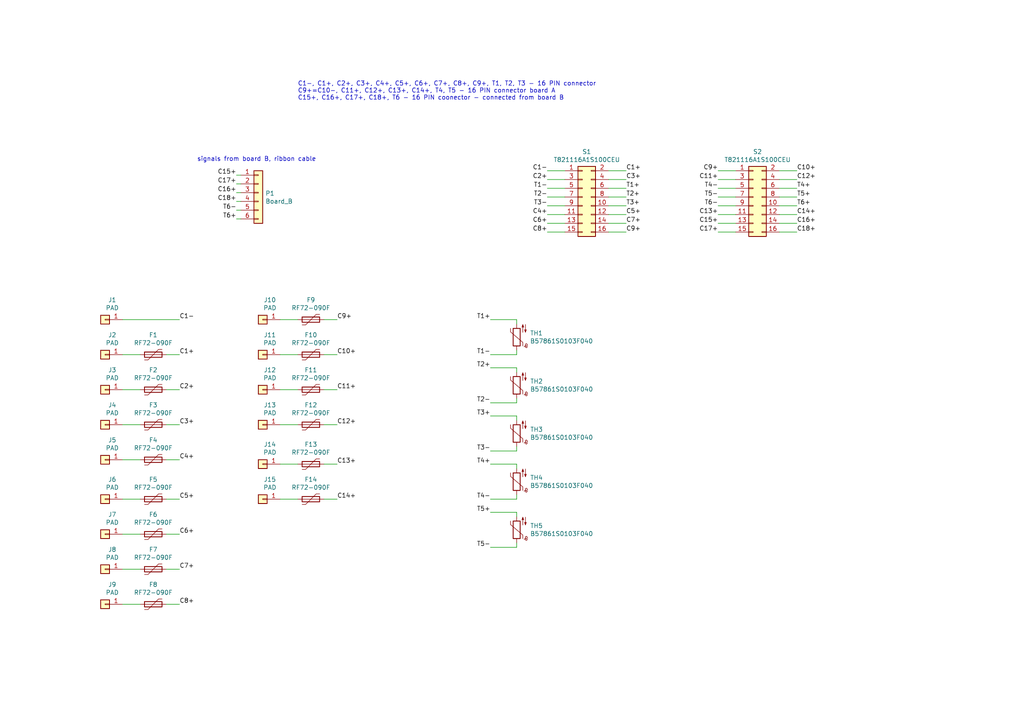
<source format=kicad_sch>
(kicad_sch (version 20211123) (generator eeschema)
  (paper "A4")
  (title_block (title "Accumulator signal board-A C1-C14") (date "2021-06-27") (rev "1.0") (company "PUT Motorsport"))
  (lib_symbols
    (symbol "Connector_Generic:Conn_01x01" (pin_names (offset 1.016) hide)
      (property "Reference" "J" (at 0 2.54 0))
      (property "Value" "Conn_01x01" (at 0 -2.54 0))
      (symbol "Conn_01x01_1_1"
        (rectangle (start -1.27 0.127) (end 0 -0.127) (stroke (width 0.1524)))
        (rectangle (start -1.27 1.27) (end 1.27 -1.27) (stroke (width 0.254)) (fill (type background)))
        (pin passive line (at -5.08 0 0) (length 3.81) (name "Pin_1") (number "1"))
      )
    )
    (symbol "Connector_Generic:Conn_01x06" (pin_names (offset 1.016) hide)
      (property "Reference" "J" (at 0 7.62 0))
      (property "Value" "Conn_01x06" (at 0 -10.16 0))
      (symbol "Conn_01x06_1_1"
        (rectangle (start -1.27 -7.493) (end 0 -7.747) (stroke (width 0.1524)))
        (rectangle (start -1.27 -4.953) (end 0 -5.207) (stroke (width 0.1524)))
        (rectangle (start -1.27 -2.413) (end 0 -2.667) (stroke (width 0.1524)))
        (rectangle (start -1.27 0.127) (end 0 -0.127) (stroke (width 0.1524)))
        (rectangle (start -1.27 2.667) (end 0 2.413) (stroke (width 0.1524)))
        (rectangle (start -1.27 5.207) (end 0 4.953) (stroke (width 0.1524)))
        (rectangle (start -1.27 6.35) (end 1.27 -8.89) (stroke (width 0.254)) (fill (type background)))
        (pin passive line (at -5.08 5.08 0) (length 3.81) (name "Pin_1") (number "1"))
        (pin passive line (at -5.08 2.54 0) (length 3.81) (name "Pin_2") (number "2"))
        (pin passive line (at -5.08 0 0) (length 3.81) (name "Pin_3") (number "3"))
        (pin passive line (at -5.08 -2.54 0) (length 3.81) (name "Pin_4") (number "4"))
        (pin passive line (at -5.08 -5.08 0) (length 3.81) (name "Pin_5") (number "5"))
        (pin passive line (at -5.08 -7.62 0) (length 3.81) (name "Pin_6") (number "6"))
      )
    )
    (symbol "Connector_Generic:Conn_02x08_Odd_Even" (pin_names (offset 1.016) hide)
      (property "Reference" "J" (at 1.27 10.16 0))
      (property "Value" "Conn_02x08_Odd_Even" (at 1.27 -12.7 0))
      (symbol "Conn_02x08_Odd_Even_1_1"
        (rectangle (start -1.27 -10.033) (end 0 -10.287) (stroke (width 0.1524)))
        (rectangle (start -1.27 -7.493) (end 0 -7.747) (stroke (width 0.1524)))
        (rectangle (start -1.27 -4.953) (end 0 -5.207) (stroke (width 0.1524)))
        (rectangle (start -1.27 -2.413) (end 0 -2.667) (stroke (width 0.1524)))
        (rectangle (start -1.27 0.127) (end 0 -0.127) (stroke (width 0.1524)))
        (rectangle (start -1.27 2.667) (end 0 2.413) (stroke (width 0.1524)))
        (rectangle (start -1.27 5.207) (end 0 4.953) (stroke (width 0.1524)))
        (rectangle (start -1.27 7.747) (end 0 7.493) (stroke (width 0.1524)))
        (rectangle (start -1.27 8.89) (end 3.81 -11.43) (stroke (width 0.254)) (fill (type background)))
        (rectangle (start 3.81 -10.033) (end 2.54 -10.287) (stroke (width 0.1524)))
        (rectangle (start 3.81 -7.493) (end 2.54 -7.747) (stroke (width 0.1524)))
        (rectangle (start 3.81 -4.953) (end 2.54 -5.207) (stroke (width 0.1524)))
        (rectangle (start 3.81 -2.413) (end 2.54 -2.667) (stroke (width 0.1524)))
        (rectangle (start 3.81 0.127) (end 2.54 -0.127) (stroke (width 0.1524)))
        (rectangle (start 3.81 2.667) (end 2.54 2.413) (stroke (width 0.1524)))
        (rectangle (start 3.81 5.207) (end 2.54 4.953) (stroke (width 0.1524)))
        (rectangle (start 3.81 7.747) (end 2.54 7.493) (stroke (width 0.1524)))
        (pin passive line (at -5.08 7.62 0) (length 3.81) (name "Pin_1") (number "1"))
        (pin passive line (at 7.62 -2.54 180) (length 3.81) (name "Pin_10") (number "10"))
        (pin passive line (at -5.08 -5.08 0) (length 3.81) (name "Pin_11") (number "11"))
        (pin passive line (at 7.62 -5.08 180) (length 3.81) (name "Pin_12") (number "12"))
        (pin passive line (at -5.08 -7.62 0) (length 3.81) (name "Pin_13") (number "13"))
        (pin passive line (at 7.62 -7.62 180) (length 3.81) (name "Pin_14") (number "14"))
        (pin passive line (at -5.08 -10.16 0) (length 3.81) (name "Pin_15") (number "15"))
        (pin passive line (at 7.62 -10.16 180) (length 3.81) (name "Pin_16") (number "16"))
        (pin passive line (at 7.62 7.62 180) (length 3.81) (name "Pin_2") (number "2"))
        (pin passive line (at -5.08 5.08 0) (length 3.81) (name "Pin_3") (number "3"))
        (pin passive line (at 7.62 5.08 180) (length 3.81) (name "Pin_4") (number "4"))
        (pin passive line (at -5.08 2.54 0) (length 3.81) (name "Pin_5") (number "5"))
        (pin passive line (at 7.62 2.54 180) (length 3.81) (name "Pin_6") (number "6"))
        (pin passive line (at -5.08 0 0) (length 3.81) (name "Pin_7") (number "7"))
        (pin passive line (at 7.62 0 180) (length 3.81) (name "Pin_8") (number "8"))
        (pin passive line (at -5.08 -2.54 0) (length 3.81) (name "Pin_9") (number "9"))
      )
    )
    (symbol "Device:Polyfuse" (pin_numbers hide) (pin_names (offset 0))
      (property "Reference" "F" (at -2.54 0 90))
      (property "Value" "Polyfuse" (at 2.54 0 90))
      (symbol "Polyfuse_0_1"
        (rectangle (start -0.762 2.54) (end 0.762 -2.54) (stroke (width 0.254)))
        (polyline (pts (xy 0 2.54) (xy 0 -2.54)))
        (polyline (pts (xy -1.524 2.54) (xy -1.524 1.524) (xy 1.524 -1.524) (xy 1.524 -2.54)))
      )
      (symbol "Polyfuse_1_1"
        (pin passive line (at 0 3.81 270) (length 1.27) (name "~") (number "1"))
        (pin passive line (at 0 -3.81 90) (length 1.27) (name "~") (number "2"))
      )
    )
    (symbol "Device:Thermistor_NTC" (pin_numbers hide) (pin_names (offset 0))
      (property "Reference" "TH" (at -4.445 0 90))
      (property "Value" "Thermistor_NTC" (at 3.175 0 90))
      (symbol "Thermistor_NTC_0_1"
        (arc (start -3.048 2.159) (mid -3.0505 2.3165) (end -3.175 2.413))
        (arc (start -3.048 2.159) (mid -2.9736 1.9794) (end -2.794 1.905))
        (arc (start -3.048 2.794) (mid -2.9736 2.6144) (end -2.794 2.54))
        (arc (start -2.794 1.905) (mid -2.6144 1.9794) (end -2.54 2.159))
        (arc (start -2.794 2.54) (mid -2.434 2.5608) (end -2.159 2.794))
        (arc (start -2.794 3.048) (mid -2.9736 2.9736) (end -3.048 2.794))
        (arc (start -2.54 2.794) (mid -2.6144 2.9736) (end -2.794 3.048))
        (rectangle (start -1.016 2.54) (end 1.016 -2.54) (stroke (width 0.254)))
        (polyline (pts (xy -2.54 2.159) (xy -2.54 2.794)))
        (polyline (pts (xy -1.778 2.54) (xy -1.778 1.524) (xy 1.778 -1.524) (xy 1.778 -2.54)))
        (polyline (pts (xy -2.54 -3.683) (xy -2.54 -1.397) (xy -2.794 -2.159) (xy -2.286 -2.159) (xy -2.54 -1.397) (xy -2.54 -1.651)) (fill (type outline)))
        (polyline (pts (xy -1.778 -1.397) (xy -1.778 -3.683) (xy -2.032 -2.921) (xy -1.524 -2.921) (xy -1.778 -3.683) (xy -1.778 -3.429)) (fill (type outline)))
      )
      (symbol "Thermistor_NTC_1_1"
        (pin passive line (at 0 3.81 270) (length 1.27) (name "~") (number "1"))
        (pin passive line (at 0 -3.81 90) (length 1.27) (name "~") (number "2"))
      )
    )
  )
  (wire (pts (xy 213.36 67.31) (xy 208.28 67.31)))
  (wire (pts (xy 213.36 49.53) (xy 208.28 49.53)))
  (wire (pts (xy 68.58 55.88) (xy 69.85 55.88)))
  (wire (pts (xy 226.06 67.31) (xy 231.14 67.31)))
  (wire (pts (xy 226.06 49.53) (xy 231.14 49.53)))
  (wire (pts (xy 149.86 134.62) (xy 142.24 134.62)))
  (wire (pts (xy 163.83 62.23) (xy 158.75 62.23)))
  (wire (pts (xy 35.56 102.87) (xy 40.64 102.87)))
  (wire (pts (xy 81.28 144.78) (xy 86.36 144.78)))
  (wire (pts (xy 48.26 113.03) (xy 52.07 113.03)))
  (wire (pts (xy 149.86 148.59) (xy 142.24 148.59)))
  (wire (pts (xy 48.26 175.26) (xy 52.07 175.26)))
  (wire (pts (xy 93.98 144.78) (xy 97.79 144.78)))
  (wire (pts (xy 176.53 52.07) (xy 181.61 52.07)))
  (wire (pts (xy 149.86 115.57) (xy 149.86 116.84)))
  (wire (pts (xy 163.83 54.61) (xy 158.75 54.61)))
  (wire (pts (xy 48.26 102.87) (xy 52.07 102.87)))
  (wire (pts (xy 93.98 92.71) (xy 97.79 92.71)))
  (wire (pts (xy 149.86 92.71) (xy 142.24 92.71)))
  (wire (pts (xy 68.58 53.34) (xy 69.85 53.34)))
  (wire (pts (xy 48.26 154.94) (xy 52.07 154.94)))
  (wire (pts (xy 149.86 130.81) (xy 142.24 130.81)))
  (wire (pts (xy 163.83 49.53) (xy 158.75 49.53)))
  (wire (pts (xy 176.53 62.23) (xy 181.61 62.23)))
  (wire (pts (xy 149.86 120.65) (xy 142.24 120.65)))
  (wire (pts (xy 163.83 52.07) (xy 158.75 52.07)))
  (wire (pts (xy 163.83 64.77) (xy 158.75 64.77)))
  (wire (pts (xy 48.26 144.78) (xy 52.07 144.78)))
  (wire (pts (xy 226.06 57.15) (xy 231.14 57.15)))
  (wire (pts (xy 208.28 59.69) (xy 213.36 59.69)))
  (wire (pts (xy 93.98 113.03) (xy 97.79 113.03)))
  (wire (pts (xy 69.85 58.42) (xy 68.58 58.42)))
  (wire (pts (xy 48.26 133.35) (xy 52.07 133.35)))
  (wire (pts (xy 226.06 59.69) (xy 231.14 59.69)))
  (wire (pts (xy 149.86 93.98) (xy 149.86 92.71)))
  (wire (pts (xy 176.53 59.69) (xy 181.61 59.69)))
  (wire (pts (xy 81.28 123.19) (xy 86.36 123.19)))
  (wire (pts (xy 149.86 107.95) (xy 149.86 106.68)))
  (wire (pts (xy 176.53 49.53) (xy 181.61 49.53)))
  (wire (pts (xy 149.86 101.6) (xy 149.86 102.87)))
  (wire (pts (xy 226.06 54.61) (xy 231.14 54.61)))
  (wire (pts (xy 35.56 165.1) (xy 40.64 165.1)))
  (wire (pts (xy 226.06 64.77) (xy 231.14 64.77)))
  (wire (pts (xy 149.86 149.86) (xy 149.86 148.59)))
  (wire (pts (xy 81.28 113.03) (xy 86.36 113.03)))
  (wire (pts (xy 69.85 50.8) (xy 68.58 50.8)))
  (wire (pts (xy 226.06 62.23) (xy 231.14 62.23)))
  (wire (pts (xy 149.86 121.92) (xy 149.86 120.65)))
  (wire (pts (xy 149.86 158.75) (xy 142.24 158.75)))
  (wire (pts (xy 35.56 113.03) (xy 40.64 113.03)))
  (wire (pts (xy 68.58 60.96) (xy 69.85 60.96)))
  (wire (pts (xy 213.36 62.23) (xy 208.28 62.23)))
  (wire (pts (xy 163.83 57.15) (xy 158.75 57.15)))
  (wire (pts (xy 149.86 102.87) (xy 142.24 102.87)))
  (wire (pts (xy 35.56 175.26) (xy 40.64 175.26)))
  (wire (pts (xy 93.98 102.87) (xy 97.79 102.87)))
  (wire (pts (xy 149.86 143.51) (xy 149.86 144.78)))
  (wire (pts (xy 81.28 92.71) (xy 86.36 92.71)))
  (wire (pts (xy 149.86 116.84) (xy 142.24 116.84)))
  (wire (pts (xy 176.53 57.15) (xy 181.61 57.15)))
  (wire (pts (xy 213.36 52.07) (xy 208.28 52.07)))
  (wire (pts (xy 213.36 64.77) (xy 208.28 64.77)))
  (wire (pts (xy 35.56 123.19) (xy 40.64 123.19)))
  (wire (pts (xy 48.26 123.19) (xy 52.07 123.19)))
  (wire (pts (xy 149.86 129.54) (xy 149.86 130.81)))
  (wire (pts (xy 149.86 157.48) (xy 149.86 158.75)))
  (wire (pts (xy 35.56 133.35) (xy 40.64 133.35)))
  (wire (pts (xy 48.26 165.1) (xy 52.07 165.1)))
  (wire (pts (xy 68.58 63.5) (xy 69.85 63.5)))
  (wire (pts (xy 93.98 123.19) (xy 97.79 123.19)))
  (wire (pts (xy 176.53 64.77) (xy 181.61 64.77)))
  (wire (pts (xy 81.28 102.87) (xy 86.36 102.87)))
  (wire (pts (xy 35.56 144.78) (xy 40.64 144.78)))
  (wire (pts (xy 208.28 54.61) (xy 213.36 54.61)))
  (wire (pts (xy 176.53 67.31) (xy 181.61 67.31)))
  (wire (pts (xy 149.86 144.78) (xy 142.24 144.78)))
  (wire (pts (xy 149.86 106.68) (xy 142.24 106.68)))
  (wire (pts (xy 93.98 134.62) (xy 97.79 134.62)))
  (wire (pts (xy 35.56 92.71) (xy 52.07 92.71)))
  (wire (pts (xy 176.53 54.61) (xy 181.61 54.61)))
  (wire (pts (xy 163.83 67.31) (xy 158.75 67.31)))
  (wire (pts (xy 35.56 154.94) (xy 40.64 154.94)))
  (wire (pts (xy 208.28 57.15) (xy 213.36 57.15)))
  (wire (pts (xy 163.83 59.69) (xy 158.75 59.69)))
  (wire (pts (xy 149.86 135.89) (xy 149.86 134.62)))
  (wire (pts (xy 81.28 134.62) (xy 86.36 134.62)))
  (wire (pts (xy 226.06 52.07) (xy 231.14 52.07)))
  (text "signals from board B, ribbon cable" (at 57.15 46.99 0) (effects (font (size 1.27 1.27)) (justify left bottom)))
  (text "C1-, C1+, C2+, C3+, C4+, C5+, C6+, C7+, C8+, C9+, T1, T2, T3 - 16 PIN connector\nC9+=C10-, C11+, C12+, C13+, C14+, T4, T5 - 16 PIN connector board A\nC15+, C16+, C17+, C18+, T6 - 16 PIN coonector - connected from board B" (at 86.36 29.21 0) (effects (font (size 1.27 1.27)) (justify left bottom)))
  (label "T1+" (at 142.24 92.71 180))
  (label "T5+" (at 231.14 57.15 0))
  (label "C8+" (at 52.07 175.26 0))
  (label "C12+" (at 231.14 52.07 0))
  (label "C15+" (at 208.28 64.77 180))
  (label "T4-" (at 142.24 144.78 180))
  (label "T1+" (at 181.61 54.61 0))
  (label "C10+" (at 231.14 49.53 0))
  (label "T2+" (at 142.24 106.68 180))
  (label "C14+" (at 97.79 144.78 0))
  (label "C1-" (at 158.75 49.53 180))
  (label "C11+" (at 208.28 52.07 180))
  (label "C16+" (at 68.58 55.88 180))
  (label "T4+" (at 142.24 134.62 180))
  (label "C4+" (at 52.07 133.35 0))
  (label "T3-" (at 158.75 59.69 180))
  (label "C3+" (at 52.07 123.19 0))
  (label "C17+" (at 208.28 67.31 180))
  (label "C12+" (at 97.79 123.19 0))
  (label "C15+" (at 68.58 50.8 180))
  (label "T3+" (at 142.24 120.65 180))
  (label "T5-" (at 208.28 57.15 180))
  (label "C7+" (at 52.07 165.1 0))
  (label "T6-" (at 208.28 59.69 180))
  (label "C1+" (at 181.61 49.53 0))
  (label "C5+" (at 52.07 144.78 0))
  (label "C4+" (at 158.75 62.23 180))
  (label "C6+" (at 158.75 64.77 180))
  (label "T2-" (at 142.24 116.84 180))
  (label "C11+" (at 97.79 113.03 0))
  (label "T4-" (at 208.28 54.61 180))
  (label "C6+" (at 52.07 154.94 0))
  (label "C16+" (at 231.14 64.77 0))
  (label "C2+" (at 158.75 52.07 180))
  (label "C9+" (at 208.28 49.53 180))
  (label "T6+" (at 68.58 63.5 180))
  (label "C5+" (at 181.61 62.23 0))
  (label "C10+" (at 97.79 102.87 0))
  (label "C1-" (at 52.07 92.71 0))
  (label "T5+" (at 142.24 148.59 180))
  (label "C1+" (at 52.07 102.87 0))
  (label "C13+" (at 97.79 134.62 0))
  (label "C3+" (at 181.61 52.07 0))
  (label "C18+" (at 231.14 67.31 0))
  (label "C9+" (at 181.61 67.31 0))
  (label "C18+" (at 68.58 58.42 180))
  (label "T1-" (at 142.24 102.87 180))
  (label "T3-" (at 142.24 130.81 180))
  (label "T2-" (at 158.75 57.15 180))
  (label "C13+" (at 208.28 62.23 180))
  (label "T5-" (at 142.24 158.75 180))
  (label "T1-" (at 158.75 54.61 180))
  (label "T2+" (at 181.61 57.15 0))
  (label "C14+" (at 231.14 62.23 0))
  (label "C17+" (at 68.58 53.34 180))
  (label "T3+" (at 181.61 59.69 0))
  (label "C2+" (at 52.07 113.03 0))
  (label "T4+" (at 231.14 54.61 0))
  (label "C7+" (at 181.61 64.77 0))
  (label "T6-" (at 68.58 60.96 180))
  (label "C9+" (at 97.79 92.71 0))
  (label "C8+" (at 158.75 67.31 180))
  (label "T6+" (at 231.14 59.69 0))
  (symbol (lib_id "Connector_Generic:Conn_02x08_Odd_Even") (at 168.91 57.15 0) (unit 1)
    (property "Reference" "S1" (at 170.18 44.0182 0))
    (property "Value" "T821116A1S100CEU" (at 170.18 46.3296 0))
    (property "Footprint" "Connector_IDC:IDC-Header_2x08_P2.54mm_Vertical" (effects hide))
  )
  (symbol (lib_id "Connector_Generic:Conn_01x01") (at 30.48 102.87 180) (unit 1)
    (property "Reference" "J2" (at 32.5628 97.155 0))
    (property "Value" "PAD" (at 32.5628 99.4664 0))
    (property "Footprint" "PUTM_EV_BMS_HV_Signal_2021:CELL_PAD" (effects hide))
  )
  (symbol (lib_id "Device:Polyfuse") (at 44.45 102.87 270) (unit 1)
    (property "Reference" "F1" (at 44.45 97.155 90))
    (property "Value" "RF72-090F" (at 44.45 99.4664 90))
    (property "Footprint" "Fuse:Fuse_Bourns_MF-RG400" (effects hide))
  )
  (symbol (lib_id "Connector_Generic:Conn_01x01") (at 30.48 92.71 180) (unit 1)
    (property "Reference" "J1" (at 32.5628 86.995 0))
    (property "Value" "PAD" (at 32.5628 89.3064 0))
    (property "Footprint" "PUTM_EV_BMS_HV_Signal_2021:CELL_PAD" (effects hide))
  )
  (symbol (lib_id "Connector_Generic:Conn_01x01") (at 30.48 113.03 180) (unit 1)
    (property "Reference" "J3" (at 32.5628 107.315 0))
    (property "Value" "PAD" (at 32.5628 109.6264 0))
    (property "Footprint" "PUTM_EV_BMS_HV_Signal_2021:CELL_PAD" (effects hide))
  )
  (symbol (lib_id "Device:Polyfuse") (at 44.45 113.03 270) (unit 1)
    (property "Reference" "F2" (at 44.45 107.315 90))
    (property "Value" "RF72-090F" (at 44.45 109.6264 90))
    (property "Footprint" "Fuse:Fuse_Bourns_MF-RG400" (effects hide))
  )
  (symbol (lib_id "Connector_Generic:Conn_01x01") (at 30.48 123.19 180) (unit 1)
    (property "Reference" "J4" (at 32.5628 117.475 0))
    (property "Value" "PAD" (at 32.5628 119.7864 0))
    (property "Footprint" "PUTM_EV_BMS_HV_Signal_2021:CELL_PAD" (effects hide))
  )
  (symbol (lib_id "Device:Polyfuse") (at 44.45 123.19 270) (unit 1)
    (property "Reference" "F3" (at 44.45 117.475 90))
    (property "Value" "RF72-090F" (at 44.45 119.7864 90))
    (property "Footprint" "Fuse:Fuse_Bourns_MF-RG400" (effects hide))
  )
  (symbol (lib_id "Connector_Generic:Conn_01x01") (at 30.48 133.35 180) (unit 1)
    (property "Reference" "J5" (at 32.5628 127.635 0))
    (property "Value" "PAD" (at 32.5628 129.9464 0))
    (property "Footprint" "PUTM_EV_BMS_HV_Signal_2021:CELL_PAD" (effects hide))
  )
  (symbol (lib_id "Device:Polyfuse") (at 44.45 133.35 270) (unit 1)
    (property "Reference" "F4" (at 44.45 127.635 90))
    (property "Value" "RF72-090F" (at 44.45 129.9464 90))
    (property "Footprint" "Fuse:Fuse_Bourns_MF-RG400" (effects hide))
  )
  (symbol (lib_id "Connector_Generic:Conn_01x01") (at 30.48 144.78 180) (unit 1)
    (property "Reference" "J6" (at 32.5628 139.065 0))
    (property "Value" "PAD" (at 32.5628 141.3764 0))
    (property "Footprint" "PUTM_EV_BMS_HV_Signal_2021:CELL_PAD" (effects hide))
  )
  (symbol (lib_id "Device:Polyfuse") (at 44.45 144.78 270) (unit 1)
    (property "Reference" "F5" (at 44.45 139.065 90))
    (property "Value" "RF72-090F" (at 44.45 141.3764 90))
    (property "Footprint" "Fuse:Fuse_Bourns_MF-RG400" (effects hide))
  )
  (symbol (lib_id "Connector_Generic:Conn_01x01") (at 30.48 154.94 180) (unit 1)
    (property "Reference" "J7" (at 32.5628 149.225 0))
    (property "Value" "PAD" (at 32.5628 151.5364 0))
    (property "Footprint" "PUTM_EV_BMS_HV_Signal_2021:CELL_PAD" (effects hide))
  )
  (symbol (lib_id "Device:Polyfuse") (at 44.45 154.94 270) (unit 1)
    (property "Reference" "F6" (at 44.45 149.225 90))
    (property "Value" "RF72-090F" (at 44.45 151.5364 90))
    (property "Footprint" "Fuse:Fuse_Bourns_MF-RG400" (effects hide))
  )
  (symbol (lib_id "Connector_Generic:Conn_01x01") (at 30.48 165.1 180) (unit 1)
    (property "Reference" "J8" (at 32.5628 159.385 0))
    (property "Value" "PAD" (at 32.5628 161.6964 0))
    (property "Footprint" "PUTM_EV_BMS_HV_Signal_2021:CELL_PAD" (effects hide))
  )
  (symbol (lib_id "Device:Polyfuse") (at 44.45 165.1 270) (unit 1)
    (property "Reference" "F7" (at 44.45 159.385 90))
    (property "Value" "RF72-090F" (at 44.45 161.6964 90))
    (property "Footprint" "Fuse:Fuse_Bourns_MF-RG400" (effects hide))
  )
  (symbol (lib_id "Connector_Generic:Conn_01x01") (at 30.48 175.26 180) (unit 1)
    (property "Reference" "J9" (at 32.5628 169.545 0))
    (property "Value" "PAD" (at 32.5628 171.8564 0))
    (property "Footprint" "PUTM_EV_BMS_HV_Signal_2021:CELL_PAD" (effects hide))
  )
  (symbol (lib_id "Device:Polyfuse") (at 44.45 175.26 270) (unit 1)
    (property "Reference" "F8" (at 44.45 169.545 90))
    (property "Value" "RF72-090F" (at 44.45 171.8564 90))
    (property "Footprint" "Fuse:Fuse_Bourns_MF-RG400" (effects hide))
  )
  (symbol (lib_id "Connector_Generic:Conn_01x01") (at 76.2 92.71 180) (unit 1)
    (property "Reference" "J10" (at 78.2828 86.995 0))
    (property "Value" "PAD" (at 78.2828 89.3064 0))
    (property "Footprint" "PUTM_EV_BMS_HV_Signal_2021:CELL_PAD" (effects hide))
  )
  (symbol (lib_id "Device:Polyfuse") (at 90.17 92.71 270) (unit 1)
    (property "Reference" "F9" (at 90.17 86.995 90))
    (property "Value" "RF72-090F" (at 90.17 89.3064 90))
    (property "Footprint" "Fuse:Fuse_Bourns_MF-RG400" (effects hide))
  )
  (symbol (lib_id "Connector_Generic:Conn_01x01") (at 76.2 102.87 180) (unit 1)
    (property "Reference" "J11" (at 78.2828 97.155 0))
    (property "Value" "PAD" (at 78.2828 99.4664 0))
    (property "Footprint" "PUTM_EV_BMS_HV_Signal_2021:CELL_PAD" (effects hide))
  )
  (symbol (lib_id "Device:Polyfuse") (at 90.17 102.87 270) (unit 1)
    (property "Reference" "F10" (at 90.17 97.155 90))
    (property "Value" "RF72-090F" (at 90.17 99.4664 90))
    (property "Footprint" "Fuse:Fuse_Bourns_MF-RG400" (effects hide))
  )
  (symbol (lib_id "Connector_Generic:Conn_01x01") (at 76.2 113.03 180) (unit 1)
    (property "Reference" "J12" (at 78.2828 107.315 0))
    (property "Value" "PAD" (at 78.2828 109.6264 0))
    (property "Footprint" "PUTM_EV_BMS_HV_Signal_2021:CELL_PAD" (effects hide))
  )
  (symbol (lib_id "Device:Polyfuse") (at 90.17 113.03 270) (unit 1)
    (property "Reference" "F11" (at 90.17 107.315 90))
    (property "Value" "RF72-090F" (at 90.17 109.6264 90))
    (property "Footprint" "Fuse:Fuse_Bourns_MF-RG400" (effects hide))
  )
  (symbol (lib_id "Connector_Generic:Conn_01x01") (at 76.2 123.19 180) (unit 1)
    (property "Reference" "J13" (at 78.2828 117.475 0))
    (property "Value" "PAD" (at 78.2828 119.7864 0))
    (property "Footprint" "PUTM_EV_BMS_HV_Signal_2021:CELL_PAD" (effects hide))
  )
  (symbol (lib_id "Device:Polyfuse") (at 90.17 123.19 270) (unit 1)
    (property "Reference" "F12" (at 90.17 117.475 90))
    (property "Value" "RF72-090F" (at 90.17 119.7864 90))
    (property "Footprint" "Fuse:Fuse_Bourns_MF-RG400" (effects hide))
  )
  (symbol (lib_id "Connector_Generic:Conn_02x08_Odd_Even") (at 218.44 57.15 0) (unit 1)
    (property "Reference" "S2" (at 219.71 44.0182 0))
    (property "Value" "T821116A1S100CEU" (at 219.71 46.3296 0))
    (property "Footprint" "Connector_IDC:IDC-Header_2x08_P2.54mm_Vertical" (effects hide))
  )
  (symbol (lib_id "Connector_Generic:Conn_01x06") (at 74.93 55.88 0) (unit 1)
    (property "Reference" "P1" (at 76.962 56.0832 0) (effects (justify left)))
    (property "Value" "Board_B" (at 76.962 58.3946 0) (effects (justify left)))
    (property "Footprint" "Connector_IDC:IDC-Header_2x03_P2.54mm_Vertical" (effects hide))
  )
  (symbol (lib_id "Connector_Generic:Conn_01x01") (at 76.2 134.62 180) (unit 1)
    (property "Reference" "J14" (at 78.2828 128.905 0))
    (property "Value" "PAD" (at 78.2828 131.2164 0))
    (property "Footprint" "PUTM_EV_BMS_HV_Signal_2021:CELL_PAD" (effects hide))
  )
  (symbol (lib_id "Device:Polyfuse") (at 90.17 134.62 270) (unit 1)
    (property "Reference" "F13" (at 90.17 128.905 90))
    (property "Value" "RF72-090F" (at 90.17 131.2164 90))
    (property "Footprint" "Fuse:Fuse_Bourns_MF-RG400" (effects hide))
  )
  (symbol (lib_id "Connector_Generic:Conn_01x01") (at 76.2 144.78 180) (unit 1)
    (property "Reference" "J15" (at 78.2828 139.065 0))
    (property "Value" "PAD" (at 78.2828 141.3764 0))
    (property "Footprint" "PUTM_EV_BMS_HV_Signal_2021:CELL_PAD" (effects hide))
  )
  (symbol (lib_id "Device:Polyfuse") (at 90.17 144.78 270) (unit 1)
    (property "Reference" "F14" (at 90.17 139.065 90))
    (property "Value" "RF72-090F" (at 90.17 141.3764 90))
    (property "Footprint" "Fuse:Fuse_Bourns_MF-RG400" (effects hide))
  )
  (symbol (lib_id "Device:Thermistor_NTC") (at 149.86 97.79 180) (unit 1)
    (property "Reference" "TH1" (at 153.7208 96.6216 0) (effects (justify right)))
    (property "Value" "B57861S0103F040" (at 153.7208 98.933 0) (effects (justify right)))
    (property "Footprint" "Connector_PinHeader_1.27mm:PinHeader_1x02_P1.27mm_Vertical" (effects hide))
  )
  (symbol (lib_id "Device:Thermistor_NTC") (at 149.86 111.76 180) (unit 1)
    (property "Reference" "TH2" (at 153.7462 110.5916 0) (effects (justify right)))
    (property "Value" "B57861S0103F040" (at 153.7462 112.903 0) (effects (justify right)))
    (property "Footprint" "Connector_PinHeader_1.27mm:PinHeader_1x02_P1.27mm_Vertical" (effects hide))
  )
  (symbol (lib_id "Device:Thermistor_NTC") (at 149.86 125.73 180) (unit 1)
    (property "Reference" "TH3" (at 153.7462 124.5616 0) (effects (justify right)))
    (property "Value" "B57861S0103F040" (at 153.7462 126.873 0) (effects (justify right)))
    (property "Footprint" "Connector_PinHeader_1.27mm:PinHeader_1x02_P1.27mm_Vertical" (effects hide))
  )
  (symbol (lib_id "Device:Thermistor_NTC") (at 149.86 139.7 180) (unit 1)
    (property "Reference" "TH4" (at 153.7462 138.5316 0) (effects (justify right)))
    (property "Value" "B57861S0103F040" (at 153.7462 140.843 0) (effects (justify right)))
    (property "Footprint" "Connector_PinHeader_1.27mm:PinHeader_1x02_P1.27mm_Vertical" (effects hide))
  )
  (symbol (lib_id "Device:Thermistor_NTC") (at 149.86 153.67 180) (unit 1)
    (property "Reference" "TH5" (at 153.7462 152.5016 0) (effects (justify right)))
    (property "Value" "B57861S0103F040" (at 153.7462 154.813 0) (effects (justify right)))
    (property "Footprint" "Connector_PinHeader_1.27mm:PinHeader_1x02_P1.27mm_Vertical" (effects hide))
  )
)
</source>
